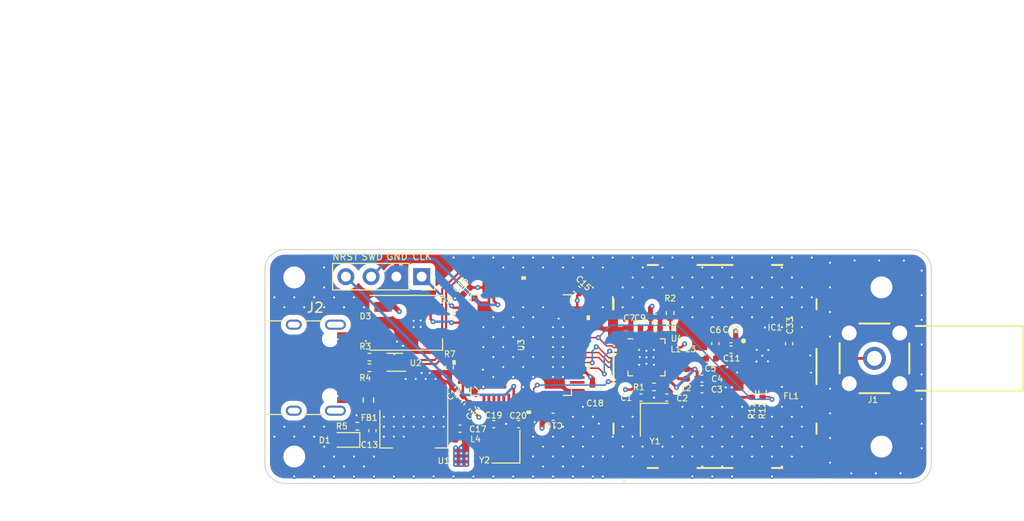
<source format=kicad_pcb>
(kicad_pcb (version 20211014) (generator pcbnew)
  (layers (0 "F.Cu" signal) (1 "In1.Cu" signal) (2 "In2.Cu" signal) (31 "B.Cu" signal) (34 "B.Paste" user) (35 "F.Paste" user) (36 "B.SilkS" user "B.Silkscreen") (37 "F.SilkS" user "F.Silkscreen") (38 "B.Mask" user) (39 "F.Mask" user) (44 "Edge.Cuts" user))
  (net 0 "")
  (net 1 "GND")
  (net 2 "+3.3V")
  (net 3 "+3V3")
  (net 4 "/NRST")
  (net 5 "VBUS")
  (net 6 "VDD_PA")
  (net 7 "Net-(C5-Pad2)")
  (net 8 "Net-(C7-Pad1)")
  (net 9 "Net-(C19-Pad1)")
  (net 10 "Net-(C20-Pad1)")
  (net 11 "Net-(C33-Pad1)")
  (net 12 "Net-(D3-Pad1)")
  (net 13 "Net-(D1-Pad2)")
  (net 15 "/LED")
  (net 18 "/SW_CLK")
  (net 19 "/SW_DIO")
  (net 20 "Net-(L1-Pad1)")
  (net 21 "Net-(L1-Pad2)")
  (net 22 "Net-(R2-Pad1)")
  (net 23 "Net-(R3-Pad2)")
  (net 24 "Net-(R4-Pad2)")
  (net 25 "Net-(R7-Pad1)")
  (net 26 "NRF24_CE")
  (net 32 "/NRF24_IRQ")
  (net 37 "/NRF24_CSN")
  (net 38 "/NRF24_SCK")
  (net 39 "/NRF24_MISO")
  (net 40 "/NRF24_MOSI")
  (net 41 "/LED_1")
  (net 42 "/LED_2")
  (net 43 "/LED_3")
  (net 44 "/LED_4")
  (net 66 "/I2C1_SCL")
  (net 67 "/I2C1_SDA")
  (net 70 "Net-(C1-Pad1)")
  (net 71 "Net-(C2-Pad1)")
  (net 72 "Net-(C5-Pad1)")
  (net 73 "Net-(IC1-Pad5)")
  (net 74 "Net-(IC1-Pad6)")
  (net 75 "/USB_D-")
  (net 76 "/USB_D+")
  (net 77 "Net-(FL1-Pad2)")
  (net 85 "/USB_C+")
  (net 86 "/USB_C-")
  (footprint "Telemetry:36103205S" (layer "F.Cu") (at 126.275 -87.05)
    (fp_text reference "U5" hide)
    (fp_text value "36103205S" hide)
  )
  (footprint "Capacitor_SMD:C_0402_1005Metric" (layer "F.Cu") (at 121.43 -83.925 180)
    (fp_text reference "C2")
    (fp_text value "22pF")
  )
  (footprint "Capacitor_SMD:C_0402_1005Metric" (layer "F.Cu") (at 112.4 -94.8 135)
    (fp_text reference "C15")
    (fp_text value "100nF")
  )
  (footprint "Crystal:Crystal_SMD_2520-4Pin_2.5x2.0mm" (layer "F.Cu") (at 120.175 -81.7 -90)
    (fp_text reference "Y1")
    (fp_text value "Crystal(16MHZ)")
  )
  (footprint "Inductor_SMD:L_0402_1005Metric" (layer "F.Cu") (at 123.8843 -87.8559)
    (fp_text reference "L3")
    (fp_text value "3.9nH")
  )
  (footprint "LED_SMD:LED_WS2812B_PLCC4_5.0x5.0mm_P3.2mm" (layer "F.Cu") (at 95.25 -91.44)
    (fp_text reference "D2")
    (fp_text value "WS2812B")
  )
  (footprint "Resistor_SMD:R_0402_1005Metric" (layer "F.Cu") (at 91.55 -86.925)
    (fp_text reference "R4")
    (fp_text value "30R")
  )
  (footprint "Capacitor_SMD:C_0402_1005Metric" (layer "F.Cu") (at 110 -82)
    (fp_text reference "C10")
    (fp_text value "100nF")
  )
  (footprint "Capacitor_SMD:C_0402_1005Metric" (layer "F.Cu") (at 106.54 -81.26 180)
    (fp_text reference "C20")
    (fp_text value "22pF")
  )
  (footprint "Capacitor_SMD:C_0402_1005Metric" (layer "F.Cu") (at 101.35 -83 -135)
    (fp_text reference "C14")
    (fp_text value "100nF")
  )
  (footprint "Resistor_SMD:R_0402_1005Metric" (layer "F.Cu") (at 120.15 -85 180)
    (fp_text reference "R1")
    (fp_text value "1M")
  )
  (footprint "Capacitor_SMD:C_0402_1005Metric" (layer "F.Cu") (at 120.2694 -91.9468)
    (fp_text reference "C9")
    (fp_text value "1nF")
  )
  (footprint "Resistor_SMD:R_0402_1005Metric" (layer "F.Cu") (at 131.0525 -84.4725 -90)
    (fp_text reference "R12")
    (fp_text value "10k")
  )
  (footprint "Capacitor_SMD:C_0402_1005Metric" (layer "F.Cu") (at 127.8771 -89.7989 180)
    (fp_text reference "C22")
    (fp_text value "220pF")
  )
  (footprint "Package_DFN_QFN:QFN-20-1EP_3.5x3.5mm_P0.5mm_EP2x2mm_ThermalVias" (layer "F.Cu") (at 119.39 -87.97)
    (fp_text reference "U4")
    (fp_text value "NRF24L01")
  )
  (footprint "Crystal:Crystal_SMD_2520-4Pin_2.5x2.0mm" (layer "F.Cu") (at 105.27 -79 90)
    (fp_text reference "Y2")
    (fp_text value "Crystal(32.756MHz)")
  )
  (footprint "Resistor_SMD:R_0603_1608Metric" (layer "F.Cu") (at 91.45 -83.675 90)
    (fp_text reference "FB1")
    (fp_text value "FerriteBead")
  )
  (footprint "Capacitor_SMD:C_0402_1005Metric" (layer "F.Cu") (at 118.83 -83.925)
    (fp_text reference "C1")
    (fp_text value "22pF")
  )
  (footprint "MountingHole:MountingHole_2.2mm_M2_DIN965_Pad_TopBottom" (layer "F.Cu") (at 84 -78)
    (fp_text reference "H2" hide)
    (fp_text value "MountingHole_Pad")
  )
  (footprint "Capacitor_SMD:C_0402_1005Metric" (layer "F.Cu") (at 124.9615 -84.7657 180)
    (fp_text reference "C3")
    (fp_text value "2.2nF")
  )
  (footprint "Capacitor_SMD:C_0402_1005Metric" (layer "F.Cu") (at 120.2694 -90.9068)
    (fp_text reference "C8")
    (fp_text value "10nF")
  )
  (footprint "Resistor_SMD:R_0402_1005Metric" (layer "F.Cu") (at 91.555 -87.993)
    (fp_text reference "R3")
    (fp_text value "30R")
  )
  (footprint "LED_SMD:LED_0603_1608Metric" (layer "F.Cu") (at 89.1 -79.675 180)
    (fp_text reference "D1")
    (fp_text value "LED")
  )
  (footprint "Inductor_SMD:L_0402_1005Metric" (layer "F.Cu") (at 100.635 -79.715)
    (fp_text reference "L4")
    (fp_text value "10uH")
  )
  (footprint "Package_TO_SOT_SMD:SOT-223-3_TabPin2" (layer "F.Cu") (at 96.012 -80.772 -90)
    (fp_text reference "U1")
    (fp_text value "LM1117-3.3")
  )
  (footprint "Telemetry:QFN50P300X300X60-17N-D" (layer "F.Cu") (at 131.0425 -88.1225)
    (fp_text reference "IC1")
    (fp_text value "RFX2401C" hide)
  )
  (footprint "Capacitor_SMD:C_0402_1005Metric" (layer "F.Cu") (at 101.325 -94.65 -135)
    (fp_text reference "C16")
    (fp_text value "100nF")
  )
  (footprint "Capacitor_SMD:C_0402_1005Metric" (layer "F.Cu") (at 126.3125 -89.3525 -90)
    (fp_text reference "C6")
    (fp_text value "1.0pF")
  )
  (footprint "Resistor_SMD:R_0402_1005Metric" (layer "F.Cu") (at 129.9725 -84.4725 90)
    (fp_text reference "R11")
    (fp_text value "10k")
  )
  (footprint "Capacitor_SMD:C_0402_1005Metric" (layer "F.Cu") (at 133.72 -89.34 90)
    (fp_text reference "C33")
    (fp_text value "0.3pF")
  )
  (footprint "Inductor_SMD:L_0402_1005Metric" (layer "F.Cu") (at 123.4295 -86.3041 90)
    (fp_text reference "L2")
    (fp_text value "2.7nH")
  )
  (footprint "Connector_USB:USB_C_Receptacle_HRO_TYPE-C-31-M-12" (layer "F.Cu") (at 85 -86.93 -90)
    (fp_text reference "J2")
    (fp_text value "USB_C_Receptacle_USB2.0")
  )
  (footprint "Capacitor_SMD:C_0402_1005Metric" (layer "F.Cu") (at 124.9615 -85.8325 180)
    (fp_text reference "C4")
    (fp_text value "4.7pF")
  )
  (footprint "Diode_SMD:D_0402_1005Metric" (layer "F.Cu") (at 91.186 -90.701 90)
    (fp_text reference "D3")
    (fp_text value "D_TVS")
  )
  (footprint "Capacitor_SMD:C_0402_1005Metric" (layer "F.Cu") (at 91.85 -80.6 -90)
    (fp_text reference "C13")
    (fp_text value "100nF")
  )
  (footprint "MountingHole:MountingHole_2.2mm_M2_DIN965_Pad_TopBottom" (layer "F.Cu") (at 143 -79)
    (fp_text reference "H4" hide)
    (fp_text value "MountingHole_Pad")
  )
  (footprint "Capacitor_SMD:C_0402_1005Metric" (layer "F.Cu") (at 127.8871 -88.7489 180)
    (fp_text reference "C11")
    (fp_text value "1uF")
  )
  (footprint "Capacitor_SMD:C_0402_1005Metric" (layer "F.Cu") (at 125.8727 -87.8645)
    (fp_text reference "C5")
    (fp_text value "1.5pF")
  )
  (footprint "Capacitor_SMD:C_0402_1005Metric" (layer "F.Cu") (at 118.2994 -90.9068 180)
    (fp_text reference "C7")
    (fp_text value "33nF")
  )
  (footprint "Capacitor_SMD:C_0402_1005Metric" (layer "F.Cu") (at 100.645 -80.8)
    (fp_text reference "C17")
    (fp_text value "100nF")
  )
  (footprint "Connector_PinSocket_2.54mm:PinSocket_1x04_P2.54mm_Vertical" (layer "F.Cu") (at 96.8 -96.075 -90)
    (fp_text reference "J3" hide)
    (fp_text value "S4B-XH-A-1")
  )
  (footprint "Resistor_SMD:R_0402_1005Metric" (layer "F.Cu") (at 121.7694 -92.4168 90)
    (fp_text reference "R2")
    (fp_text value "22k")
  )
  (footprint "MountingHole:MountingHole_2.2mm_M2_DIN965_Pad_TopBottom" (layer "F.Cu") (at 84 -96)
    (fp_text reference "H3" hide)
    (fp_text value "MountingHole_Pad")
  )
  (footprint "Telemetry:STM32L4P5RET6" (layer "F.Cu") (at 106.8 -89.2 90)
    (fp_text reference "U3")
    (fp_text value "STM32L4P5RET6" hide)
  )
  (footprint "MountingHole:MountingHole_2.2mm_M2_DIN965_Pad_TopBottom" (layer "F.Cu") (at 143 -95)
    (fp_text reference "H1" hide)
    (fp_text value "MountingHole_Pad")
  )
  (footprint "Resistor_SMD:R_0402_1005Metric" (layer "F.Cu") (at 99.6 -86.95 -90)
    (fp_text reference "R7")
    (fp_text value "100kR")
  )
  (footprint "Capacitor_SMD:C_0402_1005Metric" (layer "F.Cu") (at 100.6 -83.75 -135)
    (fp_text reference "C12")
    (fp_text value "100nF")
  )
  (footprint "Inductor_SMD:L_0402_1005Metric" (layer "F.Cu") (at 122.3373 -87.3987 -90)
    (fp_text reference "L1")
    (fp_text value "8.2nH")
  )
  (footprint "Capacitor_SMD:C_0402_1005Metric" (layer "F.Cu") (at 113.96 -84.73 -90)
    (fp_text reference "C18")
    (fp_text value "100nF")
  )
  (footprint "Resistor_SMD:R_0402_1005Metric" (layer "F.Cu") (at 90.325 -81.05)
    (fp_text reference "R5")
    (fp_text value "470")
  )
  (footprint "Package_TO_SOT_SMD:SOT-666" (layer "F.Cu") (at 94.1 -87.475 180)
    (fp_text reference "U2")
    (fp_text value "USBLC6-2SC6")
  )
  (footprint "Telemetry:73251-2200" (layer "F.Cu") (at 142.3 -87.8675 180)
    (fp_text reference "J1")
    (fp_text value "SMA Connector" hide)
  )
  (footprint "Capacitor_SMD:C_0402_1005Metric" (layer "F.Cu") (at 104.04 -81.2566)
    (fp_text reference "C19")
    (fp_text value "22pF")
  )
  (footprint "footprints:2450BP14D0100T" (layer "F.Cu") (at 134.77 -86.43 -90)
    (fp_text reference "FL1")
    (fp_text value "2450BP14D0100T" hide)
  )
  (gr_arc (start 148.01 -77.3) (mid 147.417757 -75.885179) (end 146 -75.3) (layer "Edge.Cuts") (width 0.1))
  (gr_arc (start 146 -98.8) (mid 147.420675 -98.217753) (end 148.01 -96.8) (layer "Edge.Cuts") (width 0.1))
  (gr_arc (start 83.05 -75.3) (mid 81.635786 -75.885786) (end 81.05 -77.3) (layer "Edge.Cuts") (width 0.1))
  (gr_line (start 83.05 -75.3) (end 146 -75.3) (layer "Edge.Cuts") (width 0.1))
  (gr_arc (start 81.05 -96.8) (mid 81.635786 -98.214214) (end 83.05 -98.8) (layer "Edge.Cuts") (width 0.1))
  (gr_line (start 148.01 -77.3) (end 148.01 -96.8) (layer "Edge.Cuts") (width 0.1))
  (gr_line (start 81.05 -96.8) (end 81.05 -77.3) (layer "Edge.Cuts") (width 0.1))
  (gr_line (start 146 -98.8) (end 83.05 -98.8) (layer "Edge.Cuts") (width 0.1))
  (gr_text "NRST\n" (at 89.125 -98.075) (layer "F.SilkS") (effects (font (size 0.7 0.7) (thickness 0.1))))
  (gr_text "GND" (at 94.325 -98.1) (layer "F.SilkS") (effects (font (size 0.7 0.7) (thickness 0.1))))
  (gr_text "SWD" (at 91.825 -98.075) (layer "F.SilkS") (effects (font (size 0.7 0.7) (thickness 0.1))))
  (gr_text "CLK" (at 96.85 -98.1) (layer "F.SilkS") (effects (font (size 0.7 0.7) (thickness 0.1))))
  (segment (start 132.5425 -88.8725) (end 131.7925 -88.8725) (width 0.15) (layer "F.Cu") (net 1))
  (segment (start 94.05 -88.3) (end 94.05 -87.813888) (width 0.261112) (layer "F.Cu") (net 1))
  (segment (start 100.985589 -94.310589) (end 100.560589 -94.310589) (width 0.25) (layer "F.Cu") (net 1))
  (segment (start 132.5425 -87.3725) (end 131.7925 -87.3725) (width 0.15) (layer "F.Cu") (net 1))
  (segment (start 90.761 -91.186) (end 91.186 -91.186) (width 0.261112) (layer "F.Cu") (net 1))
  (segment (start 119.39 -87.32) (end 119.39 -87.97) (width 0.2) (layer "F.Cu") (net 1))
  (segment (start 105.2516 -81.2566) (end 105.28 -81.285) (width 0.25) (layer "F.Cu") (net 1))
  (segment (start 129.5425 -88.3725) (end 130.7925 -88.3725) (width 0.15) (layer "F.Cu") (net 1))
  (segment (start 130.7925 -88.3725) (end 131.03 -88.135) (width 0.15) (layer "F.Cu") (net 1))
  (segment (start 90.25 -83.25) (end 89.82 -83.68) (width 0.261112) (layer "F.Cu") (net 1))
  (segment (start 106.035 -81.285) (end 106.06 -81.26) (width 0.25) (layer "F.Cu") (net 1))
  (segment (start 129.5425 -88.3725) (end 129.5425 -87.8725) (width 0.15) (layer "F.Cu") (net 1))
  (segment (start 111.150001 -92.450001) (end 110.56 -91.86) (width 0.28) (layer "F.Cu") (net 1))
  (segment (start 135.9 -88.1) (end 135.85 -88.15) (width 0.25) (layer "F.Cu") (net 1))
  (segment (start 117.8194 -90.0206) (end 117.8194 -90.9068) (width 0.2) (layer "F.Cu") (net 1))
  (segment (start 104.52 -81.2566) (end 105.2516 -81.2566) (width 0.25) (layer "F.Cu") (net 1))
  (segment (start 131.5925 -87.5725) (end 131.0425 -88.1225) (width 0.15) (layer "F.Cu") (net 1))
  (segment (start 119.89 -89.6575) (end 119.89 -88.97) (width 0.2) (layer "F.Cu") (net 1))
  (segment (start 118.1825 -89.6575) (end 117.8194 -90.0206) (width 0.2) (layer "F.Cu") (net 1))
  (segment (start 120.39 -88.47) (end 120.14 -88.72) (width 0.2) (layer "F.Cu") (net 1))
  (segment (start 131.7925 -87.3725) (end 131.5925 -87.5725) (width 0.15) (layer "F.Cu") (net 1))
  (segment (start 103.549999 -92.450001) (end 104 -92) (width 0.261112) (layer "F.Cu") (net 1))
  (segment (start 89.755 -90.18) (end 90.761 -91.186) (width 0.261112) (layer "F.Cu") (net 1))
  (segment (start 132.5425 -88.3725) (end 131.2925 -88.3725) (width 0.15) (layer "F.Cu") (net 1))
  (segment (start 131.2925 -87.8725) (end 131.0425 -88.1225) (width 0.15) (layer "F.Cu") (net 1))
  (segment (start 103.549999 -94.8261) (end 103.549999 -92.450001) (width 0.261112) (layer "F.Cu") (net 1))
  (segment (start 94.388888 -87.475) (end 95.025 -87.475) (width 0.261112) (layer "F.Cu") (net 1))
  (segment (start 119.39 -86.2825) (end 119.39 -87.32) (width 0.2) (layer "F.Cu") (net 1))
  (segment (start 102.169999 -85.949999) (end 102.95 -86.73) (width 0.28) (layer "F.Cu") (net 1))
  (segment (start 94.05 -87.813888) (end 94.388888 -87.475) (width 0.261112) (layer "F.Cu") (net 1))
  (segment (start 120.155 -83.925) (end 119.31 -83.925) (width 0.25) (layer "F.Cu") (net 1))
  (segment (start 131.2925 -86.6225) (end 131.7925 -86.6225) (width 0.15) (layer "F.Cu") (net 1))
  (segment (start 135.32 -86.43) (end 135.48 -86.43) (width 0.25) (layer "F.Cu") (net 1))
  (segment (start 120.155 -83.925) (end 120.95 -83.925) (width 0.25) (layer "F.Cu") (net 1))
  (segment (start 130.7925 -89.6225) (end 130.7925 -89.0475) (width 0.15) (layer "F.Cu") (net 1))
  (segment (start 130.7925 -89.0475) (end 130.4675 -88.7225) (width 0.15) (layer "F.Cu") (net 1))
  (segment (start 119.89 -88.97) (end 120.14 -88.72) (width 0.2) (layer "F.Cu") (net 1))
  (segment (start 135.48 -86.43) (end 135.9 -86.85) (width 0.25) (layer "F.Cu") (net 1))
  (segment (start 118.39 -89.6575) (end 118.1825 -89.6575) (width 0.2) (layer "F.Cu") (net 1))
  (segment (start 108.549999 -81.869999) (end 108.15 -81.47) (width 0.25) (layer "F.Cu") (net 1))
  (segment (start 135.32 -86.43) (end 134.22 -86.43) (width 0.25) (layer "F.Cu") (net 1))
  (segment (start 131.03 -88.135) (end 131.0425 -88.1225) (width 0.15) (layer "F.Cu") (net 1))
  (segment (start 112.4261 -92.450001) (end 111.150001 -92.450001) (width 0.28) (layer "F.Cu") (net 1))
  (segment (start 135.9 -86.85) (end 135.9 -88.1) (width 0.25) (layer "F.Cu") (net 1))
  (segment (start 131.2925 -88.3725) (end 131.0425 -88.1225) (width 0.15) (layer "F.Cu") (net 1))
  (segment (start 132.5425 -88.3725) (end 132.5425 -88.8725) (width 0.15) (layer "F.Cu") (net 1))
  (segment (start 131.63 -88.71) (end 131.0425 -88.1225) (width 0.15) (layer "F.Cu") (net 1))
  (segment (start 131.7925 -86.6225) (end 131.7925 -87.3725) (width 0.15) (layer "F.Cu") (net 1))
  (segment (start 121.195 -82.895) (end 120.875 -82.575) (width 0.25) (layer "F.Cu") (net 1))
  (segment (start 108.549999 -83.5739) (end 108.549999 -81.869999) (width 0.25) (layer "F.Cu") (net 1))
  (segment (start 105.28 -81.285) (end 106.035 -81.285) (width 0.25) (layer "F.Cu") (net 1))
  (segment (start 131.2925 -86.6225) (end 131.2925 -87.8725) (width 0.15) (layer "F.Cu") (net 1))
  (segment (start 100.560589 -94.310589) (end 100.15 -93.9) (width 0.25) (layer "F.Cu") (net 1))
  (segment (start 101.1739 -85.949999) (end 102.169999 -85.949999) (width 0.28) (layer "F.Cu") (net 1))
  (segment (start 111.050001 -85.949999) (end 112.4261 -85.949999) (width 0.28) (layer "F.Cu") (net 1))
  (segment (start 90.25 -83.25) (end 90.25 -82.15) (width 0.261112) (layer "F.Cu") (net 1))
  (segment (start 106.06 -79.965) (end 105.97 -79.875) (width 0.25) (layer "F.Cu") (net 1))
  (segment (start 131.7925 -88.8725) (end 131.63 -88.71) (width 0.15) (layer "F.Cu") (net 1))
  (segment (start 89.045 -90.18) (end 89.755 -90.18) (width 0.261112) (layer "F.Cu") (net 1))
  (segment (start 121.0775 -88.47) (end 120.39 -88.47) (width 0.2) (layer "F.Cu") (net 1))
  (segment (start 89.045 -83.68) (end 89.82 -83.68) (width 0.261112) (layer "F.Cu") (net 1))
  (segment (start 129.5425 -88.8725) (end 129.5425 -88.3725) (width 0.15) (layer "F.Cu") (net 1))
  (via (at 128 -94) (size 0.5) (drill 0.2) (layers "F.Cu" "B.Cu") (net 1))
  (via (at 112 -76) (size 0.5) (drill 0.2) (layers "F.Cu" "B.Cu") (net 1))
  (via (at 90.25 -82.15) (size 0.5) (drill 0.2) (layers "F.Cu" "B.Cu") (net 1))
  (via (at 134 -96) (size 0.5) (drill 0.2) (layers "F.Cu" "B.Cu") (net 1))
  (via (at 121 -97) (size 0.5) (drill 0.2) (layers "F.Cu" "B.Cu") (net 1))
  (via (at 127.5 -87) (size 0.5) (drill 0.2) (layers "F.Cu" "B.Cu") (net 1))
  (via (at 121 -95) (size 0.5) (drill 0.2) (layers "F.Cu" "B.Cu") (net 1))
  (via (at 108 -98) (size 0.5) (drill 0.2) (layers "F.Cu" "B.Cu") (net 1))
  (via (at 100 -76) (size 0.5) (drill 0.2) (layers "F.Cu" "B.Cu") (net 1))
  (via (at 126 -80) (size 0.5) (drill 0.2) (layers "F.Cu" "B.Cu") (net 1))
  (via (at 125 -83) (size 0.5) (drill 0.2) (layers "F.Cu" "B.Cu") (net 1))
  (via (at 128 -98) (size 0.5) (drill 0.2) (layers "F.Cu" "B.Cu") (net 1))
  (via (at 83 -93) (size 0.5) (drill 0.2) (layers "F.Cu" "B.Cu") (net 1))
  (via (at 147.04 -91.735) (size 0.5) (drill 0.2) (layers "F.Cu" "B.Cu") (net 1))
  (via (at 123 -83) (size 0.5) (drill 0.2) (layers "F.Cu" "B.Cu") (net 1))
  (via (at 100.15 -93.9) (size 0.5) (drill 0.2) (layers "F.Cu" "B.Cu") (net 1))
  (via (at 124 -94) (size 0.5) (drill 0.2) (layers "F.Cu" "B.Cu") (net 1))
  (via (at 106 -86) (size 0.5) (drill 0.2) (layers "F.Cu" "B.Cu") (net 1))
  (via (at 91 -93) (size 0.5) (drill 0.2) (layers "F.Cu" "B.Cu") (net 1))
  (via (at 119.39 -87.97) (size 0.5) (drill 0.2) (layers "F.Cu" "B.Cu") (net 1))
  (via (at 128.5 -86.45) (size 0.5) (drill 0.2) (layers "F.Cu" "B.Cu") (net 1))
  (via (at 119 -97) (size 0.5) (drill 0.2) (layers "F.Cu" "B.Cu") (net 1))
  (via (at 135 -81) (size 0.5) (drill 0.2) (layers "F.Cu" "B.Cu") (net 1))
  (via (at 134 -98) (size 0.5) (drill 0.2) (layers "F.Cu" "B.Cu") (net 1))
  (via (at 110 -90) (size 0.5) (drill 0.2) (layers "F.Cu" "B.Cu") (net 1))
  (via (at 136 -94) (size 0.5) (drill 0.2) (layers "F.Cu" "B.Cu") (net 1))
  (via (at 87 -95) (size 0.5) (drill 0.2) (layers "F.Cu" "B.Cu") (net 1))
  (via (at 117 -81) (size 0.5) (drill 0.2) (layers "F.Cu" "B.Cu") (net 1))
  (via (at 103 -91) (size 0.5) (drill 0.2) (layers "F.Cu" "B.Cu") (net 1))
  (via (at 133 -91) (size 0.5) (drill 0.2) (layers "F.Cu" "B.Cu") (net 1))
  (via (at 92 -76) (size 0.5) (drill 0.2) (layers "F.Cu" "B.Cu") (net 1))
  (via (at 93 -82) (size 0.5) (drill 0.2) (layers "F.Cu" "B.Cu") (net 1))
  (via (at 130.4425 -87.5475) (size 0.5) (drill 0.2) (layers "F.Cu" "B.Cu") (net 1))
  (via (at 96.7 -91.025) (size 0.5) (drill 0.2) (layers "F.Cu" "B.Cu") (net 1))
  (via (at 107 -91) (size 0.5) (drill 0.2) (layers "F.Cu" "B.Cu") (net 1))
  (via (at 91 -77) (size 0.5) (drill 0.2) (layers "F.Cu" "B.Cu") (net 1))
  (via (at 108 -86) (size 0.5) (drill 0.2) (layers "F.Cu" "B.Cu") (net 1))
  (via (at 86 -80) (size 0.5) (drill 0.2) (layers "F.Cu" "B.Cu") (net 1))
  (via (at 108 -80) (size 0.5) (drill 0.2) (layers "F.Cu" "B.Cu") (net 1))
  (via (at 95 -82) (size 0.5) (drill 0.2) (layers "F.Cu" "B.Cu") (net 1))
  (via (at 147.04 -94.21) (size 0.5) (drill 0.2) (layers "F.Cu" "B.Cu") (net 1))
  (via (at 99 -82) (size 0.5) (drill 0.2) (layers "F.Cu" "B.Cu") (net 1))
  (via (at 131.5925 -87.5725) (size 0.5) (drill 0.2) (layers "F.Cu" "B.Cu") (net 1))
  (via (at 120 -78) (size 0.5) (drill 0.2) (layers "F.Cu" "B.Cu") (net 1))
  (via (at 113 -79) (size 0.5) (drill 0.2) (layers "F.Cu" "B.Cu") (net 1))
  (via (at 124 -92) (size 0.5) (drill 0.2) (layers "F.Cu" "B.Cu") (net 1))
  (via (at 110 -91) (size 0.5) (drill 0.2) (layers "F.Cu" "B.Cu") (net 1))
  (via (at 110 -98) (size 0.5) (drill 0.2) (layers "F.Cu" "B.Cu") (net 1))
  (via (at 117 -93) (size 0.5) (drill 0.2) (layers "F.Cu" "B.Cu") (net 1))
  (via (at 147.04 -83.78) (size 0.5) (drill 0.2) (layers "F.Cu" "B.Cu") (net 1))
  (via (at 111 -79) (size 0.5) (drill 0.2) (layers "F.Cu" "B.Cu") (net 1))
  (via (at 111 -91) (size 0.5) (drill 0.2) (layers "F.Cu" "B.Cu") (net 1))
  (via (at 110 -87) (size 0.5) (drill 0.2) (layers "F.Cu" "B.Cu") (net 1))
  (via (at 137.84 -77.39) (size 0.5) (drill 0.2) (layers "F.Cu" "B.Cu") (net 1))
  (via (at 127 -79) (size 0.5) (drill 0.2) (layers "F.Cu" "B.Cu") (net 1))
  (via (at 108 -76) (size 0.5) (drill 0.2) (layers "F.Cu" "B.Cu") (net 1))
  (via (at 117 -95) (size 0.5) (drill 0.2) (layers "F.Cu" "B.Cu") (net 1))
  (via (at 110 -88) (size 0.5) (drill 0.2) (layers "F.Cu" "B.Cu") (net 1))
  (via (at 118 -94) (size 0.5) (drill 0.2) (layers "F.Cu" "B.Cu") (net 1))
  (via (at 102.95 -86.73) (size 0.5) (drill 0.2) (layers "F.Cu" "B.Cu") (net 1))
  (via (at 118.715 -87.995) (size 0.5) (drill 0.2) (layers "F.Cu" "B.Cu") (net 1))
  (via (at 106 -90) (size 0.5) (drill 0.2) (layers "F.Cu" "B.Cu") (net 1))
  (via (at 118 -80) (size 0.5) (drill 0.2) (layers "F.Cu" "B.Cu") (net 1))
  (via (at 125 -79) (size 0.5) (drill 0.2) (layers "F.Cu" "B.Cu") (net 1))
  (via (at 133 -79) (size 0.5) (drill 0.2) (layers "F.Cu" "B.Cu") (net 1))
  (via (at 113 -97) (size 0.5) (drill 0.2) (layers "F.Cu" "B.Cu") (net 1))
  (via (at 112 -78) (size 0.5) (drill 0.2) (layers "F.Cu" "B.Cu") (net 1))
  (via (at 122 -80) (size 0.5) (drill 0.2) (layers "F.Cu" "B.Cu") (net 1))
  (via (at 129 -83) (size 0.5) (drill 0.2) (layers "F.Cu" "B.Cu") (net 1))
  (via (at 134 -78) (size 0.5) (drill 0.2) (layers "F.Cu" "B.Cu") (net 1))
  (via (at 134 -82) (size 0.5) (drill 0.2) (layers "F.Cu" "B.Cu") (net 1))
  (via (at 114 -98) (size 0.5) (drill 0.2) (layers "F.Cu" "B.Cu") (net 1))
  (via (at 124 -98) (size 0.5) (drill 0.2) (layers "F.Cu" "B.Cu") (net 1))
  (via (at 120 -96) (size 0.5) (drill 0.2) (layers "F.Cu" "B.Cu") (net 1))
  (via (at 119.39 -87.32) (size 0.5) (drill 0.2) (layers "F.Cu" "B.Cu") (net 1))
  (via (at 135 -91) (size 0.5) (drill 0.2) (layers "F.Cu" "B.Cu") (net 1))
  (via (at 88 -76) (size 0.5) (drill 0.2) (layers "F.Cu" "B.Cu") (net 1))
  (via (at 98 -76) (size 0.5) (drill 0.2) (layers "F.Cu" "B.Cu") (net 1))
  (via (at 133 -85) (size 0.5) (drill 0.2) (layers "F.Cu" "B.Cu") (net 1))
  (via (at 130 -96) (size 0.5) (drill 0.2) (layers "F.Cu" "B.Cu") (net 1))
  (via (at 128 -82) (size 0.5) (drill 0.2) (layers "F.Cu" "B.Cu") (net 1))
  (via (at 94 -81) (size 0.5) (drill 0.2) (layers "F.Cu" "B.Cu") (net 1))
  (via (at 97.6 -86.4) (size 0.5) (drill 0.2) (layers "F.Cu" "B.Cu") (net 1))
  (via (at 107 -85) (size 0.5) (drill 0.2) (layers "F.Cu" "B.Cu") (net 1))
  (via (at 147.04 -78.83) (size 0.5) (drill 0.2) (layers "F.Cu" "B.Cu") (net 1))
  (via (at 104 -90) (size 0.5) (drill 0.2) (layers "F.Cu" "B.Cu") (net 1))
  (via (at 128 -96) (size 0.5) (drill 0.2) (layers "F.Cu" "B.Cu") (net 1))
  (via (at 108 -90) (size 0.5) (drill 0.2) (layers "F.Cu" "B.Cu") (net 1))
  (via (at 112 -98) (size 0.5) (drill 0.2) (layers "F.Cu" "B.Cu") (net 1))
  (via (at 88 -94) (size 0.5) (drill 0.2) (layers "F.Cu" "B.Cu") (net 1))
  (via (at 118 -96) (size 0.5) (drill 0.2) (layers "F.Cu" "B.Cu") (net 1))
  (via (at 114 -76) (size 0.5) (drill 0.2) (layers "F.Cu" "B.Cu") (net 1))
  (via (at 110 -86) (size 0.5) (drill 0.2) (layers "F.Cu" "B.Cu") (net 1))
  (via (at 137.84 -82.34) (size 0.5) (drill 0.2) (layers "F.Cu" "B.Cu") (net 1))
  (via (at 131 -95) (size 0.5) (drill 0.2) (layers "F.Cu" "B.Cu") (net 1))
  (via (at 87 -77) (size 0.5) (drill 0.2) (layers "F.Cu" "B.Cu") (net 1))
  (via (at 126 -82) (size 0.5) (drill 0.2) (layers "F.Cu" "B.Cu") (net 1))
  (via (at 87 -97) (size 0.5) (drill 0.2) (layers "F.Cu" "B.Cu") (net 1))
  (via (at 131.03 -88.135) (size 0.5) (drill 0.2) (layers "F.Cu" "B.Cu") (net 1))
  (via (at 124 -76) (size 0.5) (drill 0.2) (layers "F.Cu" "B.Cu") (net 1))
  (via (at 85 -93) (size 0.5) (drill 0.2) (layers "F.Cu" "B.Cu") (net 1))
  (via (at 96.7 -91.675) (size 0.5) (drill 0.2) (layers "F.Cu" "B.Cu") (net 1))
  (via (at 121 -79) (size 0.5) (drill 0.2) (layers "F.Cu" "B.Cu") (net 1))
  (via (at 82 -94) (size 0.5) (drill 0.2) (layers "F.Cu" "B.Cu") (net 1))
  (via (at 94 -80) (size 0.5) (drill 0.2) (layers "F.Cu" "B.Cu") (net 1))
  (via (at 132 -98) (size 0.5) (drill 0.2) (layers "F.Cu" "B.Cu") (net 1))
  (via (at 98.2 -85.8) (size 0.5) (drill 0.2) (layers "F.Cu" "B.Cu") (net 1))
  (via (at 128 -76) (size 0.5) (drill 0.2) (layers "F.Cu" "B.Cu") (net 1))
  (via (at 105 -97) (size 0.5) (drill 0.2) (layers "F.Cu" "B.Cu") (net 1))
  (via (at 94 -76) (size 0.5) (drill 0.2) (layers "F.Cu" "B.Cu") (net 1))
  (via (at 130.4675 -88.7225) (size 0.5) (drill 0.2) (layers "F.Cu" "B.Cu") (net 1))
  (via (at 87 -93) (size 0.5) (drill 0.2) (layers "F.Cu" "B.Cu") (net 1))
  (via (at 132 -78) (size 0.5) (drill 0.2) (layers "F.Cu" "B.Cu") (net 1))
  (via (at 125 -77) (size 0.5) (drill 0.2) (layers "F.Cu" "B.Cu") (net 1))
  (via (at 147.04 -86.255) (size 0.5) (drill 0.2) (layers "F.Cu" "B.Cu") (net 1))
  (via (at 147.04 -89.26) (size 0.5) (drill 0.2) (layers "F.Cu" "B.Cu") (net 1))
  (via (at 133 -93) (size 0.5) (drill 0.2) (layers "F.Cu" "B.Cu") (net 1))
  (via (at 120.09 -87.97) (size 0.5) (drill 0.2) (layers "F.Cu" "B.Cu") (net 1))
  (via (at 132 -82) (size 0.5) (drill 0.2) (layers "F.Cu" "B.Cu") (net 1))
  (via (at 140.3 -97.7) (size 0.5) (drill 0.2) (layers "F.Cu" "B.Cu") (net 1))
  (via (at 118 -98) (size 0.5) (drill 0.2) (layers "F.Cu" "B.Cu") (net 1))
  (via (at 147.04 -81.305) (size 0.5) (drill 0.2) (layers "F.Cu" "B.Cu") (net 1))
  (via (at 93 -80) (size 0.5) (drill 0.2) (layers "F.Cu" "B.Cu") (net 1))
  (via (at 122 -98) (size 0.5) (drill 0.2) (layers "F.Cu" "B.Cu") (net 1))
  (via (at 96 -91.65) (size 0.5) (drill 0.2) (layers "F.Cu" "B.Cu") (net 1))
  (via (at 84 -94) (size 0.5) (drill 0.2) (layers "F.Cu" "B.Cu") (net 1))
  (via (at 111 -89) (size 0.5) (drill 0.2) (layers "F.Cu" "B.Cu") (net 1))
  (via (at 97 -82) (size 0.5) (drill 0.2) (layers "F.Cu" "B.Cu") (net 1))
  (via (at 108 -78) (size 0.5) (drill 0.2) (layers "F.Cu" "B.Cu") (net 1))
  (via (at 115 -93) (size 0.5) (drill 0.2) (layers "F.Cu" "B.Cu") (net 1))
  (via (at 115 -97) (size 0.5) (drill 0.2) (layers "F.Cu" "B.Cu") (net 1))
  (via (at 128 -78) (size 0.5) (drill 0.2) (layers "F.Cu" "B.Cu") (net 1))
  (via (at 112 -80) (size 0.5) (drill 0.2) (layers "F.Cu" "B.Cu") (net 1))
  (via (at 119 -95) (size 0.5) (drill 0.2) (layers "F.Cu" "B.Cu") (net 1))
  (via (at 126 -78) (size 0.5) (drill 0.2) (layers "F.Cu" "B.Cu") (net 1))
  (via (at 128 -80) (size 0.5) (drill 0.2) (layers "F.Cu" "B.Cu") (net 1))
  (via (at 107 -87) (size 0.5) (drill 0.2) (layers "F.Cu" "B.Cu") (net 1))
  (via (at 135.85 -88.15) (size 0.5) (drill 0.2) (layers "F.Cu" "B.Cu") (net 1))
  (via (at 127 -97) (size 0.5) (drill 0.2) (layers "F.Cu" "B.Cu") (net 1))
  (via (at 89 -93) (size 0.5) (drill 0.2) (layers "F.Cu" "B.Cu") (net 1))
  (via (at 130 -80) (size 0.5) (drill 0.2) (layers "F.Cu" "B.Cu") (net 1))
  (via (at 123 -93) (size 0.5) (drill 0.2) (layers "F.Cu" "B.Cu") (net 1))
  (via (at 105 -87) (size 0.5) (drill 0.2) (layers "F.Cu" "B.Cu") (net 1))
  (via (at 127.35 -84.95) (size 0.5) (drill 0.2) (layers "F.Cu" "B.Cu") (net 1))
  (via (at 115 -76) (size 0.5) (drill 0.2) (layers "F.Cu" "B.Cu") (net 1))
  (via (at 83 -81) (size 0.5) (drill 0.2) (layers "F.Cu" "B.Cu") (net 1))
  (via (at 116 -98) (size 0.5) (drill 0.2) (layers "F.Cu" "B.Cu") (net 1))
  (via (at 90 -94) (size 0.5) (drill 0.2) (layers "F.Cu" "B.Cu") (net 1))
  (via (at 119.39 -88.62) (size 0.5) (drill 0.2) (layers "F.Cu" "B.Cu") (net 1))
  (via (at 124 -78) (size 0.5) (drill 0.2) (layers "F.Cu" "B.Cu") (net 1))
  (via (at 103 -89) (size 0.5) (drill 0.2) (layers "F.Cu" "B.Cu") (net 1))
  (via (at 131 -93) (size 0.5) (drill 0.2) (layers "F.Cu" "B.Cu") (net 1))
  (via (at 126 -96) (size 0.5) (drill 0.2) (layers "F.Cu" "B.Cu") (net 1))
  (via (at 131 -79) (size 0.5) (drill 0.2) (layers "F.Cu" "B.Cu") (net 1))
  (via (at 147.04 -96.685) (size 0.5) (drill 0.2) (layers "F.Cu" "B.Cu") (net 1))
  (via (at 89 -77) (size 0.5) (drill 0.2) (layers "F.Cu" "B.Cu") (net 1))
  (via (at 131 -81) (size 0.5) (drill 0.2) (layers "F.Cu" "B.Cu") (net 1))
  (via (at 85 -81) (size 0.5) (drill 0.2) (layers "F.Cu" "B.Cu") (net 1))
  (via (at 105 -89) (size 0.5) (drill 0.2) (layers "F.Cu" "B.Cu") (net 1))
  (via (at 137.84 -84.815) (size 0.5) (drill 0.2) (layers "F.Cu" "B.Cu") (net 1))
  (via (at 129 -79) (size 0.5) (drill 0.2) (layers "F.Cu" "B.Cu") (net 1))
  (via (at 131.29 -90.97) (size 0.5) (drill 0.2) (layers "F.Cu" "B.Cu") (net 1))
  (via (at 111 -88) (size 0.5) (drill 0.2) (layers "F.Cu" "B.Cu") (net 1))
  (via (at 110 -80) (size 0.5) (drill 0.2) (layers "F.Cu" "B.Cu") (net 1))
  (via (at 104 -88) (size 0.5) (drill 0.2) (layers "F.Cu" "B.Cu") (net 1))
  (via (at 111 -77) (size 0.5) (drill 0.2) (layers "F.Cu" "B.Cu") (net 1))
  (via (at 133 -81) (size 0.5) (drill 0.2) (layers "F.Cu" "B.Cu") (net 1))
  (via (at 107 -97) (size 0.5) (drill 0.2) (layers "F.Cu" "B.Cu") (net 1))
  (via (at 127 -93) (size 0.5) (drill 0.2) (layers "F.Cu" "B.Cu") (net 1))
  (via (at 111 -81) (size 0.5) (drill 0.2) (layers "F.Cu" "B.Cu") (net 1))
  (via (at 118 -78) (size 0.5) (drill 0.2) (layers "F.Cu" "B.Cu") (net 1))
  (via (at 97.2 -85.8) (size 0.5) (drill 0.2) (layers "F.Cu" "B.Cu") (net 1))
  (via (at 127 -95) (size 0.5) (drill 0.2) (layers "F.Cu" "B.Cu") (net 1))
  (via (at 123 -81) (size 0.5) (drill 0.2) (layers "F.Cu" "B.Cu") (net 1))
  (via (at 120 -98) (size 0.5) (drill 0.2) (layers "F.Cu" "B.Cu") (net 1))
  (via (at 135 -79) (size 0.5) (drill 0.2) (layers "F.Cu" "B.Cu") (net 1))
  (via (at 109 -77) (size 0.5) (drill 0.2) (layers "F.Cu" "B.Cu") (net 1))
  (via (at 110.56 -91.86) (size 0.5) (drill 0.2) (layers "F.Cu" "B.Cu") (net 1))
  (via (at 122 -96) (size 0.5) (drill 0.2) (layers "F.Cu" "B.Cu") (net 1))
  (via (at 96.2 -85.8) (size 0.5) (drill 0.2) (layers "F.Cu" "B.Cu") (net 1))
  (via (at 86 -94) (size 0.5) (drill 0.2) (layers "F.Cu" "B.Cu") (net 1))
  (via (at 135 -93) (size 0.5) (drill 0.2) (layers "F.Cu" "B.Cu") (net 1))
  (via (at 97 -81) (size 0.5) (drill 0.2) (layers "F.Cu" "B.Cu") (net 1))
  (via (at 132 -94) (size 0.5) (drill 0.2) (layers "F.Cu" "B.Cu") (net 1))
  (via (at 124 -82) (size 0.5) (drill 0.2) (layers "F.Cu" "B.Cu") (net 1))
  (via (at 110 -89) (size 0.5) (drill 0.2) (layers "F.Cu" "B.Cu") (net 1))
  (via (at 126 -98) (size 0.5) (drill 0.2) (layers "F.Cu" "B.Cu") (net 1))
  (via (at 120.155 -83.925) (size 0.5) (drill 0.2) (layers "F.Cu" "B.Cu") (net 1))
  (via (at 133 -97) (size 0.5) (drill 0.2) (layers "F.Cu" "B.Cu") (net 1))
  (via (at 129 -95) (size 0.5) (drill 0.2) (layers "F.Cu" "B.Cu") (net 1))
  (via (at 104 -76) (size 0.5) (drill 0.2) (layers "F.Cu" "B.Cu") (net 1))
  (via (at 111 -87) (size 0.5) (drill 0.2) (layers "F.Cu" "B.Cu") (net 1))
  (via (at 103 -85) (size 0.5) (drill 0.2) (layers "F.Cu" "B.Cu") (net 1))
  (via (at 109 -79) (size 0.5) (drill 0.2) (layers "F.Cu" "B.Cu") (net 1))
  (via (at 127 -81) (size 0.5) (drill 0.2) (layers "F.Cu" "B.Cu") (net 1))
  (via (at 135 -95) (size 0.5) (drill 0.2) (layers "F.Cu" "B.Cu") (net 1))
  (via (at 112 -82) (size 0.5) (drill 0.2) (layers "F.Cu" "B.Cu") (net 1))
  (via (at 124 -96) (size 0.5) (drill 0.2) (layers "F.Cu" "B.Cu") (net 1))
  (via (at 136 -98) (size 0.5) (drill 0.2) (layers "F.Cu" "B.Cu") (net 1))
  (via (at 107 -93) (size 0.5) (drill 0.2) (layers "F.Cu" "B.Cu") (net 1))
  (via (at 114 -95) (size 0.5) (drill 0.2) (layers "F.Cu" "B.Cu") (net 1))
  (via (at 94.325 -89.55) (size 0.5) (drill 0.2) (layers "F.Cu" "B.Cu") (net 1))
  (via (at 132 -80) (size 0.5) (drill 0.2) (layers "F.Cu" "B.Cu") (net 1))
  (via (at 111 -86) (size 0.5) (drill 0.2) (layers "F.Cu" "B.Cu") (net 1))
  (via (at 134 -92) (size 0.5) (drill 0.2) (layers "F.Cu" "B.Cu") (net 1))
  (via (at 123 -95) (size 0.5) (drill 0.2) (layers "F.Cu" "B.Cu") (net 1))
  (via (at 111 -97) (size 0.5) (drill 0.2) (layers "F.Cu" "B.Cu") (net 1))
  (via (at 95 -81) (size 0.5) (drill 0.2) (layers "F.Cu" "B.Cu") (net 1))
  (via (at 130 -82) (size 0.5) (drill 0.2) (layers "F.Cu" "B.Cu") (net 1))
  (via (at 107 -89) (size 0.5) (drill 0.2) (layers "F.Cu" "B.Cu") (net 1))
  (via (at 123 -79) (size 0.5) (drill 0.2) (layers "F.Cu" "B.Cu") (net 1))
  (via (at 130 -78) (size 0.5) (drill 0.2) (layers "F.Cu" "B.Cu") (net 1))
  (via (at 84 -76) (size 0.5) (drill 0.2) (layers "F.Cu" "B.Cu") (net 1))
  (via (at 135 -83) (size 0.5) (drill 0.2) (layers "F.Cu" "B.Cu") (net 1))
  (via (at 96 -91) (size 0.5) (drill 0.2) (layers "F.Cu" "B.Cu") (net 1))
  (via (at 130 -92) (size 0.5) (drill 0.2) (layers "F.Cu" "B.Cu") (net 1))
  (via (at 87 -79) (size 0.5) (drill 0.2) (layers "F.Cu" "B.Cu") (net 1))
  (via (at 133 -95) (size 0.5) (drill 0.2) (layers "F.Cu" "B.Cu") (net 1))
  (via (at 129 -93) (size 0.5) (drill 0.2) (layers "F.Cu" "B.Cu") (net 1))
  (via (at 125 -81) (size 0.5) (drill 0.2) (layers "F.Cu" "B.Cu") (net 1))
  (via (at 133 -77) (size 0.5) (drill 0.2) (layers "F.Cu" "B.Cu") (net 1))
  (via (at 134 -80) (size 0.5) (drill 0.2) (layers "F.Cu" "B.Cu") (net 1))
  (via (at 115 -78) (size 0.5) (drill 0.2) (layers "F.Cu" "B.Cu") (net 1))
  (via (at 130 -94) (size 0.5) (drill 0.2) (layers "F.Cu" "B.Cu") (net 1))
  (via (at 96 -82) (size 0.5) (drill 0.2) (layers "F.Cu" "B.Cu") (net 1))
  (via (at 95.2 -85.8) (size 0.5) (drill 0.2) (layers "F.Cu" "B.Cu") (net 1))
  (via (at 114 -78) (size 0.5) (drill 0.2) (layers "F.Cu" "B.Cu") (net 1))
  (via (at 111 -90) (size 0.5) (drill 0.2) (layers "F.Cu" "B.Cu") (net 1))
  (via (at 125 -95) (size 0.5) (drill 0.2) (layers "F.Cu" "B.Cu") (net 1))
  (via (at 127 -77) (size 0.5) (drill 0.2) (layers "F.Cu" "B.Cu") (net 1))
  (via (at 109 -93) (size 0.5) (drill 0.2) (layers "F.Cu" "B.Cu") (net 1))
  (via (at 106 -92) (size 0.5) (drill 0.2) (layers "F.Cu" "B.Cu") (net 1))
  (via (at 100 -98) (size 0.5) (drill 0.2) (layers "F.Cu" "B.Cu") (net 1))
  (via (at 90 -78) (size 0.5) (drill 0.2) (layers "F.Cu" "B.Cu") (net 1))
  (via (at 88 -78) (size 0.5) (drill 0.2) (layers "F.Cu" "B.Cu") (net 1))
  (via (at 90 -76) (size 0.5) (drill 0.2) (layers "F.Cu" "B.Cu") (net 1))
  (via (at 105.28 -81.285) (size 0.5) (drill 0.2) (layers "F.Cu" "B.Cu") (net 1))
  (via (at 137.825 -95) (size 0.5) (drill 0.2) (layers "F.Cu" "B.Cu") (net 1))
  (via (at 98 -81) (size 0.5) (drill 0.2) (layers "F.Cu" "B.Cu") (net 1))
  (via (at 145.25 -97.7) (size 0.5) (drill 0.2) (layers "F.Cu" "B.Cu") (net 1))
  (via (at 114 -82) (size 0.5) (drill 0.2) (layers "F.Cu" "B.Cu") (net 1))
  (via (at 95 -80) (size 0.5) (drill 0.2) (layers "F.Cu" "B.Cu") (net 1))
  (via (at 106 -98) (size 0.5) (drill 0.2) (layers "F.Cu" "B.Cu") (net 1))
  (via (at 98 -82) (size 0.5) (drill 0.2) (layers "F.Cu" "B.Cu") (net 1))
  (via (at 108 -88) (size 0.5) (drill 0.2) (layers "F.Cu" "B.Cu") (net 1))
  (via (at 108 -92) (size 0.5) (drill 0.2) (layers "F.Cu" "B.Cu") (net 1))
  (via (at 102 -98) (size 0.5) (drill 0.2) (layers "F.Cu" "B.Cu") (net 1))
  (via (at 133 -83) (size 0.5) (drill 0.2) (layers "F.Cu" "B.Cu") (net 1))
  (via (at 118 -82) (size 0.5) (drill 0.2) (layers "F.Cu" "B.Cu") (net 1))
  (via (at 144.915 -76.31) (size 0.5) (drill 0.2) (layers "F.Cu" "B.Cu") (net 1))
  (via (at 142.775 -97.7) (size 0.5) (drill 0.2) (layers "F.Cu" "B.Cu") (net 1))
  (via (at 132 -96) (size 0.5) (drill 0.2) (layers "F.Cu" "B.Cu") (net 1))
  (via (at 113 -83) (size 0.5) (drill 0.2) (layers "F.Cu" "B.Cu") (net 1))
  (via (at 93 -81) (size 0.5) (drill 0.2) (layers "F.Cu" "B.Cu") (net 1))
  (via (at 94.925 -89.125) (size 0.5) (drill 0.2) (layers "F.Cu" "B.Cu") (net 1))
  (via (at 114.61 -81.31) (size 0.5) (drill 0.2) (layers "F.Cu" "B.Cu") (net 1))
  (via (at 127.95 -84.95) (size 0.5) (drill 0.2) (layers "F.Cu" "B.Cu") (net 1))
  (via (at 106 -88) (size 0.5) (drill 0.2) (layers "F.Cu" "B.Cu") (net 1))
  (via (at 114 -80) (size 0.5) (drill 0.2) (layers "F.Cu" "B.Cu") (net 1))
  (via (at 94.05 -88.3) (size 0.5) (drill 0.2) (layers "F.Cu" "B.Cu") (net 1))
  (via (at 109 -97) (size 0.5) (drill 0.2) (layers "F.Cu" "B.Cu") (net 1))
  (via (at 128 -92) (size 0.5) (drill 0.2) (layers "F.Cu" "B.Cu") (net 1))
  (via (at 104 -98) (size 0.5) (drill 0.2) (layers "F.Cu" "B.Cu") (net 1))
  (via (at 113 -77) (size 0.5) (drill 0.2) (layers "F.Cu" "B.Cu") (net 1))
  (via (at 132 -76) (size 0.5) (drill 0.2) (layers "F.Cu" "B.Cu") (net 1))
  (via (at 106 -76) (size 0.5) (drill 0.2) (layers "F.Cu" "B.Cu") (net 1))
  (via (at 124 -80) (size 0.5) (drill 0.2) (layers "F.Cu" "B.Cu") (net 1))
  (via (at 94 -82) (size 0.5) (drill 0.2) (layers "F.Cu" "B.Cu") (net 1))
  (via (at 96 -76) (size 0.5) (drill 0.2) (layers "F.Cu" "B.Cu") (net 1))
  (via (at 126 -92) (size 0.5) (drill 0.2) (layers "F.Cu" "B.Cu") (net 1))
  (via (at 132 -92) (size 0.5) (drill 0.2) (layers "F.Cu" "B.Cu") (net 1))
  (via (at 82 -80) (size 0.5) (drill 0.2) (layers "F.Cu" "B.Cu") (net 1))
  (via (at 96 -81) (size 0.5) (drill 0.2) (layers "F.Cu" "B.Cu") (net 1))
  (via (at 105 -91) (size 0.5) (drill 0.2) (layers "F.Cu" "B.Cu") (net 1))
  (via (at 127 -83) (size 0.5) (drill 0.2) (layers "F.Cu" "B.Cu") (net 1))
  (via (at 117 -79) (size 0.5) (drill 0.2) (layers "F.Cu" "B.Cu") (net 1))
  (via (at 137.84 -79.865) (size 0.5) (drill 0.2) (layers "F.Cu" "B.Cu") (net 1))
  (via (at 137.825 -92.525) (size 0.5) (drill 0.2) (layers "F.Cu" "B.Cu") (net 1))
  (via (at 125 -97) (size 0.5) (drill 0.2) (layers "F.Cu" "B.Cu") (net 1))
  (via (at 96.8 -86.4) (size 0.5) (drill 0.2) (layers "F.Cu" "B.Cu") (net 1))
  (via (at 108.15 -81.47) (size 0.5) (drill 0.2) (layers "F.Cu" "B.Cu") (net 1))
  (via (at 139.965 -76.31) (size 0.5) (drill 0.2) (layers "F.Cu" "B.Cu") (net 1))
  (via (at 129 -81) (size 0.5) (drill 0.2) (layers "F.Cu" "B.Cu") (net 1))
  (via (at 116 -94) (size 0.5) (drill 0.2) (layers "F.Cu" "B.Cu") (net 1))
  (via (at 126 -94) (size 0.5) (drill 0.2) (layers "F.Cu" "B.Cu") (net 1))
  (via (at 84 -80) (size 0.5) (drill 0.2) (layers "F.Cu" "B.Cu") (net 1))
  (via (at 137.825 -90.05) (size 0.5) (drill 0.2) (layers "F.Cu" "B.Cu") (net 1))
  (via (at 87 -81) (size 0.5) (drill 0.2) (layers "F.Cu" "B.Cu") (net 1))
  (via (at 104 -92) (size 0.5) (drill 0.2) (layers "F.Cu" "B.Cu") (net 1))
  (via (at 119 -79) (size 0.5) (drill 0.2) (layers "F.Cu" "B.Cu") (net 1))
  (via (at 92 -78) (size 0.5) (drill 0.2) (layers "F.Cu" "B.Cu") (net 1))
  (via (at 86 -76) (size 0.5) (drill 0.2) (layers "F.Cu" "B.Cu") (net 1))
  (via (at 113 -81) (size 0.5) (drill 0.2) (layers "F.Cu" "B.Cu") (net 1))
  (via (at 126 -76) (size 0.5) (drill 0.2) (layers "F.Cu" "B.Cu") (net 1))
  (via (at 99 -81) (size 0.5) (drill 0.2) (layers "F.Cu" "B.Cu") (net 1))
  (via (at 110 -78) (size 0.5) (drill 0.2) (layers "F.Cu" "B.Cu") (net 1))
  (via (at 137.825 -97.475) (size 0.5) (drill 0.2) (layers "F.Cu" "B.Cu") (net 1))
  (via (at 104 -86) (size 0.5) (drill 0.2) (layers "F.Cu" "B.Cu") (net 1))
  (via (at 110 -76) (size 0.5) (drill 0.2) (layers "F.Cu" "B.Cu") (net 1))
  (via (at 142.44 -76.31) (size 0.5) (drill 0.2) (layers "F.Cu" "B.Cu") (net 1))
  (via (at 102 -76) (size 0.5) (drill 0.2) (layers "F.Cu" "B.Cu") (net 1))
  (via (at 134 -94) (size 0.5) (drill 0.2) (layers "F.Cu" "B.Cu") (net 1))
  (via (at 116 -80) (size 0.5) (drill 0.2) (layers "F.Cu" "B.Cu") (net 1))
  (via (at 131.63 -88.71) (size 0.5) (drill 0.2) (layers "F.Cu" "B.Cu") (net 1))
  (via (at 122 -78) (size 0.5) (drill 0.2) (layers "F.Cu" "B.Cu") (net 1))
  (via (at 125 -93) (size 0.5) (drill 0.2) (layers "F.Cu" "B.Cu") (net 1))
  (segment (start 100.175 -80.225) (end 100.175 -79.74) (width 0.5) (layer "F.Cu") (net 2))
  (segment (start 96.965 -79.715) (end 96.012 -78.762) (width 0.5) (layer "F.Cu") (net 2))
  (segment (start 100.175 -80.8) (end 100.175 -80.225) (width 0.5) (layer "F.Cu") (net 2))
  (segment (start 100.175 -79.74) (end 100.15 -79.715) (width 0.5) (layer "F.Cu") (net 2))
  (segment (start 100.15 -79.715) (end 96.965 -79.715) (width 0.5) (layer "F.Cu") (net 2))
  (segment (start 96.012 -78.762) (end 96.012 -77.622) (width 0.5) (layer "F.Cu") (net 2))
  (segment (start 121.0775 -88.97) (end 122.87 -88.97) (width 0.25) (layer "F.Cu") (net 3))
  (segment (start 113.3 -86.45) (end 113.75 -86) (width 0.3) (layer "F.Cu") (net 3))
  (segment (start 119.7894 -92.9394) (end 119.95 -93.1) (width 0.5) (layer "F.Cu") (net 3))
  (segment (start 101.689411 -83.339411) (end 102.815511 -83.339411) (width 0.25) (layer "F.Cu") (net 3))
  (segment (start 100.939411 -84.089411) (end 101.689411 -83.339411) (width 0.25) (layer "F.Cu") (net 3))
  (segment (start 128.35 -90.6) (end 128.35 -89.806) (width 0.5) (layer "F.Cu") (net 3))
  (segment (start 128.3571 -90.5929) (end 128.35 -90.6) (width 0.25) (layer "F.Cu") (net 3))
  (segment (start 109.52 -82) (end 108.9 -81.38) (width 0.5) (layer "F.Cu") (net 3))
  (segment (start 109.050001 -82.469999) (end 109.52 -82) (width 0.25) (layer "F.Cu") (net 3))
  (segment (start 101.12 -79.715) (end 101.12 -79.236) (width 0.5) (layer "F.Cu") (net 3))
  (segment (start 119.7894 -91.9468) (end 119.7894 -92.9394) (width 0.5) (layer "F.Cu") (net 3))
  (segment (start 112.4261 -92.95) (end 112.4261 -93.6761) (width 0.261112) (layer "F.Cu") (net 3))
  (segment (start 123.225 -89.325) (end 123.25 -89.35) (width 0.25) (layer "F.Cu") (net 3))
  (segment (start 112.4261 -86.45) (end 113.3 -86.45) (width 0.3) (layer "F.Cu") (net 3))
  (segment (start 102.815511 -83.339411) (end 103.05 -83.5739) (width 0.25) (layer "F.Cu") (net 3))
  (segment (start 92.8 -93.04) (end 94.085 -93.04) (width 0.5) (layer "F.Cu") (net 3))
  (segment (start 128.3571 -89.7989) (end 128.5335 -89.6225) (width 0.25) (layer "F.Cu") (net 3))
  (segment (start 128.3671 -88.7489) (end 128.3671 -89.7889) (width 0.25) (layer "F.Cu") (net 3))
  (segment (start 100.939411 -84.089411) (end 100.939411 -85.215511) (width 0.25) (layer "F.Cu") (net 3))
  (segment (start 102.439411 -94.989411) (end 102.886689 -94.989411) (width 0.261112) (layer "F.Cu") (net 3))
  (segment (start 128.5335 -89.6225) (end 130.2925 -89.6225) (width 0.25) (layer "F.Cu") (net 3))
  (segment (start 113.96 -85.79) (end 113.75 -86) (width 0.5) (layer "F.Cu") (net 3))
  (segment (start 100.939411 -85.215511) (end 101.1739 -85.45) (width 0.25) (layer "F.Cu") (net 3))
  (segment (start 128.35 -89.806) (end 128.3571 -89.7989) (width 0.5) (layer "F.Cu") (net 3))
  (segment (start 108.9 -81.38) (end 108.9 -80.85) (width 0.5) (layer "F.Cu") (net 3))
  (segment (start 119.7894 -90.9068) (end 119.7894 -91.9468) (width 0.25) (layer "F.Cu") (net 3))
  (segment (start 118.89 -85.74) (end 118.89 -86.2825) (width 0.25) (layer "F.Cu") (net 3))
  (segment (start 119.39 -90.5074) (end 119.7894 -90.9068) (width 0.25) (layer "F.Cu") (net 3))
  (segment (start 102.886689 -94.989411) (end 103.05 -94.8261) (width 0.261112) (layer "F.Cu") (net 3))
  (segment (start 101.689411 -83.339411) (end 101.689411 -82.810589) (width 0.25) (layer "F.Cu") (net 3))
  (segment (start 112.4261 -93.6761) (end 112.4261 -94.147278) (width 0.261112) (layer "F.Cu") (net 3))
  (segment (start 109.050001 -83.5739) (end 109.050001 -82.469999) (width 0.25) (layer "F.Cu") (net 3))
  (segment (start 117.275 -84.725) (end 117.875 -84.725) (width 0.25) (layer "F.Cu") (net 3))
  (segment (start 101.664411 -94.989411) (end 102.439411 -94.989411) (width 0.261112) (layer "F.Cu") (net 3))
  (segment (start 101.12 -79.236) (end 100.751 -78.867) (width 0.5) (layer "F.Cu") (net 3))
  (segment (start 119.39 -89.6575) (end 119.39 -90.5074) (width 0.25) (layer "F.Cu") (net 3))
  (segment (start 122.87 -88.97) (end 123.225 -89.325) (width 0.25) (layer "F.Cu") (net 3))
  (segment (start 117.875 -84.725) (end 118.89 -85.74) (width 0.25) (layer "F.Cu") (net 3))
  (segment (start 113.96 -85.21) (end 113.96 -85.79) (width 0.5) (layer "F.Cu") (net 3))
  (segment (start 112.4261 -94.147278) (end 112.739411 -94.460589) (width 0.261112) (layer "F.Cu") (net 3))
  (segment (start 101.689411 -82.810589) (end 102.55 -81.95) (width 0.25) (layer "F.Cu") (net 3))
  (segment (start 94.085 -93.04) (end 94.55 -92.575) (width 0.5) (layer "F.Cu") (net 3))
  (via (at 100.751 -78.867) (size 0.5) (drill 0.2) (layers "F.Cu" "B.Cu") (net 3))
  (via (at 100.22 -77.775) (size 0.5) (drill 0.2) (layers "F.Cu" "B.Cu") (net 3))
  (via (at 100.22 -77.225) (size 0.5) (drill 0.2) (layers "F.Cu" "B.Cu") (net 3))
  (via (at 100.22 -78.325) (size 0.5) (drill 0.2) (layers "F.Cu" "B.Cu") (net 3))
  (via (at 94.55 -92.575) (size 0.5) (drill 0.2) (layers "F.Cu" "B.Cu") (net 3))
  (via (at 113.75 -86) (size 0.5) (drill 0.2) (layers "F.Cu" "B.Cu") (net 3))
  (via (at 100.77 -77.225) (size 0.5) (drill 0.2) (layers "F.Cu" "B.Cu") (net 3))
  (via (at 119.95 -93.1) (size 0.5) (drill 0.2) (layers "F.Cu" "B.Cu") (net 3))
  (via (at 117.275 -84.725) (size 0.5) (drill 0.2) (layers "F.Cu" "B.Cu") (net 3))
  (via (at 102.439411 -94.989411) (size 0.5) (drill 0.2) (layers "F.Cu" "B.Cu") (net 3))
  (via (at 100.77 -77.775) (size 0.5) (drill 0.2) (layers "F.Cu" "B.Cu") (net 3))
  (via (at 112.4261 -93.6761) (size 0.5) (drill 0.2) (layers "F.Cu" "B.Cu") (net 3))
  (via (at 108.9 -80.85) (size 0.5) (drill 0.2) (layers "F.Cu" "B.Cu") (net 3))
  (via (at 101.32 -77.775) (size 0.5) (drill 0.2) (layers "F.Cu" "B.Cu") (net 3))
  (via (at 123.225 -89.325) (size 0.5) (drill 0.2) (layers "F.Cu" "B.Cu") (net 3))
  (via (at 100.22 -78.875) (size 0.5) (drill 0.2) (layers "F.Cu" "B.Cu") (net 3))
  (via (at 101.32 -77.225) (size 0.5) (drill 0.2) (layers "F.Cu" "B.Cu") (net 3))
  (via (at 100.77 -78.325) (size 0.5) (drill 0.2) (layers "F.Cu" "B.Cu") (net 3))
  (via (at 102.55 -81.95) (size 0.5) (drill 0.2) (layers "F.Cu" "B.Cu") (net 3))
  (via (at 128.35 -90.6) (size 0.5) (drill 0.2) (layers "F.Cu" "B.Cu") (net 3))
  (via (at 101.32 -78.325) (size 0.5) (drill 0.2) (layers "F.Cu" "B.Cu") (net 3))
  (segment (start 106.049999 -83.5739) (end 106.05 -85.05) (width 0.261112) (layer "F.Cu") (net 4))
  (via (at 106.05 -85.05) (size 0.5) (drill 0.2) (layers "F.Cu" "B.Cu") (net 4))
  (segment (start 105.2 -84.2) (end 106.05 -85.05) (width 0.261112) (layer "B.Cu") (net 4))
  (segment (start 101.055 -84.2) (end 105.2 -84.2) (width 0.261112) (layer "B.Cu") (net 4))
  (segment (start 89.18 -96.075) (end 101.055 -84.2) (width 0.261112) (layer "B.Cu") (net 4))
  (segment (start 93.175 -87.475) (end 93.725 -87.475) (width 0.261112) (layer "F.Cu") (net 5))
  (segment (start 92.64 -82.85) (end 93.712 -83.922) (width 0.8) (layer "F.Cu") (net 5))
  (segment (start 93.725 -87.475) (end 94.075 -87.125) (width 0.261112) (layer "F.Cu") (net 5))
  (segment (start 94.075 -87.125) (end 94.075 -84.285) (width 0.261112) (layer "F.Cu") (net 5))
  (segment (start 94.075 -84.285) (end 93.712 -83.922) (width 0.261112) (layer "F.Cu") (net 5))
  (segment (start 91.45 -82.85) (end 92.64 -82.85) (width 0.8) (layer "F.Cu") (net 5))
  (segment (start 93.95 -84.16) (end 93.712 -83.922) (width 0.25) (layer "F.Cu") (net 5))
  (segment (start 123.5267 -86.7891) (end 124.25 -86.7891) (width 0.29337) (layer "F.Cu") (net 6))
  (segment (start 124.25 -86.7891) (end 124.25 -86.745) (width 0.15) (layer "F.Cu") (net 6))
  (segment (start 125.1625 -83.9525) (end 129.9625 -83.9525) (width 0.29337) (layer "F.Cu") (net 6))
  (segment (start 122.4 -84.95) (end 121.0775 -86.2725) (width 0.29337) (layer "F.Cu") (net 6))
  (segment (start 124.25 -86.745) (end 124.4815 -86.5135) (width 0.29337) (layer "F.Cu") (net 6))
  (segment (start 129.9625 -83.9525) (end 129.9725 -83.9625) (width 0.15) (layer "F.Cu") (net 6))
  (segment (start 124.4815 -84.6335) (end 125.1625 -83.9525) (width 0.29337) (layer "F.Cu") (net 6))
  (segment (start 124.4815 -86.5135) (end 124.4815 -85.8325) (width 0.29337) (layer "F.Cu") (net 6))
  (segment (start 124.4815 -84.7657) (end 124.4815 -84.6335) (width 0.15) (layer "F.Cu") (net 6))
  (segment (start 123.4781 -86.8377) (end 123.5267 -86.7891) (width 0.15) (layer "F.Cu") (net 6))
  (segment (start 121.0775 -86.2725) (end 121.0775 -86.97) (width 0.29337) (layer "F.Cu") (net 6))
  (segment (start 124.4815 -84.7657) (end 124.4815 -85.8325) (width 0.29337) (layer "F.Cu") (net 6))
  (via (at 124.25 -86.7891) (size 0.5) (drill 0.2) (layers "F.Cu" "B.Cu") (net 6))
  (via (at 122.4 -84.95) (size 0.5) (drill 0.2) (layers "F.Cu" "B.Cu") (net 6))
  (segment (start 122.4 -84.95) (end 124.2391 -86.7891) (width 0.29337) (layer "B.Cu") (net 6))
  (segment (start 124.2391 -86.7891) (end 124.25 -86.7891) (width 0.29337) (layer "B.Cu") (net 6))
  (segment (start 126.3527 -87.8645) (end 126.3527 -88.8323) (width 0.15) (layer "F.Cu") (net 7))
  (segment (start 127.8105 -87.8645) (end 128.3025 -87.3725) (width 0.29337) (layer "F.Cu") (net 7))
  (segment (start 126.3527 -87.8645) (end 127.8105 -87.8645) (width 0.29337) (layer "F.Cu") (net 7))
  (segment (start 126.3527 -88.8323) (end 126.3125 -88.8725) (width 0.15) (layer "F.Cu") (net 7))
  (segment (start 128.3025 -87.3725) (end 129.5425 -87.3725) (width 0.29337) (layer "F.Cu") (net 7))
  (segment (start 118.89 -90.7962) (end 118.7794 -90.9068) (width 0.2) (layer "F.Cu") (net 8))
  (segment (start 118.89 -89.6575) (end 118.89 -90.7962) (width 0.2) (layer "F.Cu") (net 8))
  (segment (start 105.050001 -82.480001) (end 105.050001 -83.5739) (width 0.25) (layer "F.Cu") (net 9))
  (segment (start 103.56 -81.2566) (end 103.56 -81.5) (width 0.25) (layer "F.Cu") (net 9))
  (segment (start 104.18 -82.12) (end 104.69 -82.12) (width 0.25) (layer "F.Cu") (net 9))
  (segment (start 104.69 -82.12) (end 105.050001 -82.480001) (width 0.25) (layer "F.Cu") (net 9))
  (segment (start 103.56 -81.5) (end 104.18 -82.12) (width 0.25) (layer "F.Cu") (net 9))
  (segment (start 103.56 -81.2566) (end 103.56 -80.885) (width 0.25) (layer "F.Cu") (net 9))
  (segment (start 103.56 -80.885) (end 104.57 -79.875) (width 0.25) (layer "F.Cu") (net 9))
  (segment (start 105.97 -78.125) (end 107.02 -79.175) (width 0.25) (layer "F.Cu") (net 10))
  (segment (start 105.55 -83.5739) (end 105.55 -82.55) (width 0.25) (layer "F.Cu") (net 10))
  (segment (start 106.33 -82.14) (end 107.02 -81.45) (width 0.25) (layer "F.Cu") (net 10))
  (segment (start 105.96 -82.14) (end 106.33 -82.14) (width 0.25) (layer "F.Cu") (net 10))
  (segment (start 105.55 -82.55) (end 105.96 -82.14) (width 0.25) (layer "F.Cu") (net 10))
  (segment (start 107.02 -81.45) (end 107.02 -81.26) (width 0.25) (layer "F.Cu") (net 10))
  (segment (start 107.02 -79.175) (end 107.02 -81.26) (width 0.25) (layer "F.Cu") (net 10))
  (segment (start 132.5425 -87.8725) (end 133.7225 -87.8725) (width 0.29337) (layer "F.Cu") (net 11))
  (segment (start 133.72 -88.86) (end 133.72 -87.875) (width 0.25) (layer "F.Cu") (net 11))
  (segment (start 133.7225 -87.8725) (end 134.2775 -87.8725) (width 0.29337) (layer "F.Cu") (net 11))
  (segment (start 133.72 -87.875) (end 133.7225 -87.8725) (width 0.25) (layer "F.Cu") (net 11))
  (segment (start 134.2775 -87.8725) (end 134.77 -87.38) (width 0.29337) (layer "F.Cu") (net 11))
  (segment (start 89.065 -84.5) (end 89.045 -84.48) (width 0.5) (layer "F.Cu") (net 12))
  (segment (start 89.045 -89.38) (end 90.35 -89.38) (width 0.261112) (layer "F.Cu") (net 12))
  (segment (start 91.45 -84.5) (end 89.065 -84.5) (width 0.5) (layer "F.Cu") (net 12))
  (segment (start 90.35 -89.38) (end 91.186 -90.216) (width 0.261112) (layer "F.Cu") (net 12))
  (segment (start 88.3125 -80.2875) (end 89.075 -81.05) (width 0.5) (layer "F.Cu") (net 13))
  (segment (start 88.3125 -79.675) (end 88.3125 -80.2875) (width 0.5) (layer "F.Cu") (net 13))
  (segment (start 89.075 -81.05) (end 89.815 -81.05) (width 0.5) (layer "F.Cu") (net 13))
  (segment (start 97.7 -93.04) (end 97.7 -91.8) (width 0.25) (layer "F.Cu") (net 15))
  (segment (start 97.7 -91.8) (end 97.95 -91.55) (width 0.25) (layer "F.Cu") (net 15))
  (segment (start 101.1739 -91.450001) (end 99.7995 -91.45) (width 0.25) (layer "F.Cu") (net 15))
  (via (at 97.95 -91.55) (size 0.5) (drill 0.2) (layers "F.Cu" "B.Cu") (net 15))
  (via (at 99.7995 -91.45) (size 0.5) (drill 0.2) (layers "F.Cu" "B.Cu") (net 15))
  (segment (start 99.6995 -91.55) (end 97.95 -91.55) (width 0.25) (layer "B.Cu") (net 15))
  (segment (start 99.7995 -91.45) (end 99.6995 -91.55) (width 0.25) (layer "B.Cu") (net 15))
  (segment (start 100 -92.95) (end 99.8 -93.15) (width 0.261112) (layer "F.Cu") (net 18))
  (segment (start 101.1739 -92.95) (end 100 -92.95) (width 0.261112) (layer "F.Cu") (net 18))
  (via (at 99.8 -93.15) (size 0.5) (drill 0.2) (layers "F.Cu" "B.Cu") (net 18))
  (segment (start 96.875 -96.075) (end 99.8 -93.15) (width 0.261112) (layer "B.Cu") (net 18))
  (segment (start 96.8 -96.075) (end 96.875 -96.075) (width 0.261112) (layer "B.Cu") (net 18))
  (segment (start 104.45 -93.25) (end 104.05 -93.65) (width 0.261112) (layer "F.Cu") (net 19))
  (segment (start 104.05 -93.65) (end 104.05 -94.8261) (width 0.261112) (layer "F.Cu") (net 19))
  (via (at 104.45 -93.25) (size 0.5) (drill 0.2) (layers "F.Cu" "B.Cu") (net 19))
  (segment (start 93.495 -97.85) (end 91.72 -96.075) (width 0.261112) (layer "B.Cu") (net 19))
  (segment (start 102.7 -93.25) (end 98.1 -97.85) (width 0.261112) (layer "B.Cu") (net 19))
  (segment (start 98.1 -97.85) (end 93.495 -97.85) (width 0.261112) (layer "B.Cu") (net 19))
  (segment (start 104.45 -93.25) (end 102.7 -93.25) (width 0.261112) (layer "B.Cu") (net 19))
  (segment (start 121.0775 -87.97) (end 122.251 -87.97) (width 0.29337) (layer "F.Cu") (net 20))
  (segment (start 123.3715 -87.8837) (end 123.3993 -87.8559) (width 0.15) (layer "F.Cu") (net 20))
  (segment (start 122.251 -87.97) (end 122.3373 -87.8837) (width 0.15) (layer "F.Cu") (net 20))
  (segment (start 122.3373 -87.8837) (end 123.3715 -87.8837) (width 0.29337) (layer "F.Cu") (net 20))
  (segment (start 122.3373 -86.9137) (end 122.1863 -86.9137) (width 0.29337) (layer "F.Cu") (net 21))
  (segment (start 122.1863 -86.9137) (end 121.63 -87.47) (width 0.29337) (layer "F.Cu") (net 21))
  (segment (start 121.63 -87.47) (end 121.0775 -87.47) (width 0.29337) (layer "F.Cu") (net 21))
  (segment (start 122.3373 -86.0927) (end 122.3373 -86.9137) (width 0.29337) (layer "F.Cu") (net 21))
  (segment (start 122.6109 -85.8191) (end 122.3373 -86.0927) (width 0.29337) (layer "F.Cu") (net 21))
  (segment (start 123.4295 -85.8191) (end 122.6109 -85.8191) (width 0.29337) (layer "F.Cu") (net 21))
  (segment (start 120.39 -89.6575) (end 120.9775 -89.6575) (width 0.2) (layer "F.Cu") (net 22))
  (segment (start 120.9775 -89.6575) (end 121.7694 -90.4494) (width 0.2) (layer "F.Cu") (net 22))
  (segment (start 121.7694 -90.4494) (end 121.7694 -91.9068) (width 0.2) (layer "F.Cu") (net 22))
  (segment (start 92.1475 -88.0125) (end 92.128 -87.993) (width 0.25) (layer "F.Cu") (net 23))
  (segment (start 92.128 -87.993) (end 92.065 -87.993) (width 0.25) (layer "F.Cu") (net 23))
  (segment (start 93.25 -88.0125) (end 92.1475 -88.0125) (width 0.2613) (layer "F.Cu") (net 23))
  (segment (start 93.25 -86.9375) (end 92.0725 -86.9375) (width 0.2613) (layer "F.Cu") (net 24))
  (segment (start 92.0725 -86.9375) (end 92.06 -86.925) (width 0.25) (layer "F.Cu") (net 24))
  (segment (start 99.6 -87.49) (end 99.64 -87.45) (width 0.2) (layer "F.Cu") (net 25))
  (segment (start 99.64 -87.45) (end 101.1739 -87.450001) (width 0.2) (layer "F.Cu") (net 25))
  (segment (start 116.07 -88.96) (end 115.9095 -89.1205) (width 0.15) (layer "F.Cu") (net 26))
  (segment (start 112.4261 -89.950001) (end 114.549999 -89.950001) (width 0.15) (layer "F.Cu") (net 26))
  (segment (start 115.3795 -89.1205) (end 114.549999 -89.950001) (width 0.15) (layer "F.Cu") (net 26))
  (segment (start 115.9095 -89.1205) (end 115.3795 -89.1205) (width 0.15) (layer "F.Cu") (net 26))
  (segment (start 117.7025 -88.97) (end 117.6925 -88.96) (width 0.15) (layer "F.Cu") (net 26))
  (segment (start 131.09 -84) (end 131.0525 -83.9625) (width 0.15) (layer "F.Cu") (net 26))
  (segment (start 117.6925 -88.96) (end 116.07 -88.96) (width 0.15) (layer "F.Cu") (net 26))
  (segment (start 132 -83.75) (end 131.75 -84) (width 0.15) (layer "F.Cu") (net 26))
  (segment (start 131.75 -84) (end 131.09 -84) (width 0.15) (layer "F.Cu") (net 26))
  (via (at 114.549999 -89.950001) (size 0.5) (drill 0.2) (layers "F.Cu" "B.Cu") (net 26))
  (via (at 132 -83.75) (size 0.5) (drill 0.2) (layers "F.Cu" "B.Cu") (net 26))
  (segment (start 115.799998 -91.2) (end 114.549999 -89.950001) (width 0.15) (layer "B.Cu") (net 26))
  (segment (start 122.5 -91.2) (end 115.799998 -91.2) (width 0.15) (layer "B.Cu") (net 26))
  (segment (start 129.95 -83.75) (end 122.5 -91.2) (width 0.15) (layer "B.Cu") (net 26))
  (segment (start 132 -83.75) (end 129.95 -83.75) (width 0.15) (layer "B.Cu") (net 26))
  (segment (start 116.725 -85.525) (end 117.4825 -86.2825) (width 0.15) (layer "F.Cu") (net 32))
  (segment (start 108.05 -84.82) (end 108.05 -83.5739) (width 0.15) (layer "F.Cu") (net 32))
  (segment (start 108.41 -85.18) (end 108.05 -84.82) (width 0.15) (layer "F.Cu") (net 32))
  (segment (start 117.4825 -86.2825) (end 118.39 -86.2825) (width 0.15) (layer "F.Cu") (net 32))
  (segment (start 115.55 -85.525) (end 116.725 -85.525) (width 0.15) (layer "F.Cu") (net 32))
  (via (at 108.41 -85.18) (size 0.5) (drill 0.2) (layers "F.Cu" "B.Cu") (net 32))
  (via (at 115.55 -85.525) (size 0.5) (drill 0.2) (layers "F.Cu" "B.Cu") (net 32))
  (segment (start 115.55 -85.525) (end 115.205 -85.18) (width 0.15) (layer "B.Cu") (net 32))
  (segment (start 115.205 -85.18) (end 108.41 -85.18) (width 0.15) (layer "B.Cu") (net 32))
  (segment (start 114.57 -86.88) (end 112.496099 -86.88) (width 0.15) (layer "F.Cu") (net 37))
  (segment (start 115.69 -88.5955) (end 115.8155 -88.47) (width 0.15) (layer "F.Cu") (net 37))
  (segment (start 115.15 -86.3) (end 114.57 -86.88) (width 0.15) (layer "F.Cu") (net 37))
  (segment (start 115.8155 -88.47) (end 117.7025 -88.47) (width 0.15) (layer "F.Cu") (net 37))
  (segment (start 112.496099 -86.88) (end 112.4261 -86.949999) (width 0.15) (layer "F.Cu") (net 37))
  (via (at 115.69 -88.5955) (size 0.5) (drill 0.2) (layers "F.Cu" "B.Cu") (net 37))
  (via (at 115.15 -86.3) (size 0.5) (drill 0.2) (layers "F.Cu" "B.Cu") (net 37))
  (segment (start 115.15 -86.3) (end 115.15 -88.0555) (width 0.15) (layer "B.Cu") (net 37))
  (segment (start 115.15 -88.0555) (end 115.69 -88.5955) (width 0.15) (layer "B.Cu") (net 37))
  (segment (start 117.7025 -87.97) (end 117.006963 -87.97) (width 0.15) (layer "F.Cu") (net 38))
  (segment (start 114.499948 -89.03) (end 114.35 -89.03) (width 0.15) (layer "F.Cu") (net 38))
  (segment (start 113.94 -87.4255) (end 113.915499 -87.450001) (width 0.15) (layer "F.Cu") (net 38))
  (segment (start 117.006963 -87.97) (end 116.947463 -87.9105) (width 0.15) (layer "F.Cu") (net 38))
  (segment (start 115.619448 -87.9105) (end 114.499948 -89.03) (width 0.15) (layer "F.Cu") (net 38))
  (segment (start 113.915499 -87.450001) (end 112.4261 -87.450001) (width 0.15) (layer "F.Cu") (net 38))
  (segment (start 116.947463 -87.9105) (end 115.619448 -87.9105) (width 0.15) (layer "F.Cu") (net 38))
  (via (at 114.35 -89.03) (size 0.5) (drill 0.2) (layers "F.Cu" "B.Cu") (net 38))
  (via (at 113.94 -87.4255) (size 0.5) (drill 0.2) (layers "F.Cu" "B.Cu") (net 38))
  (segment (start 114.35 -89) (end 114.35 -89.03) (width 0.15) (layer "B.Cu") (net 38))
  (segment (start 113.94 -87.4255) (end 113.94 -88.59) (width 0.15) (layer "B.Cu") (net 38))
  (segment (start 113.94 -88.59) (end 114.35 -89) (width 0.15) (layer "B.Cu") (net 38))
  (segment (start 115.57 -86.97) (end 117.7025 -86.97) (width 0.15) (layer "F.Cu") (net 39))
  (segment (start 112.4261 -87.95) (end 114.59 -87.95) (width 0.15) (layer "F.Cu") (net 39))
  (segment (start 114.59 -87.95) (end 115.57 -86.97) (width 0.15) (layer "F.Cu") (net 39))
  (segment (start 115.564974 -87.47) (end 114.584975 -88.449999) (width 0.15) (layer "F.Cu") (net 40))
  (segment (start 114.584975 -88.449999) (end 112.4261 -88.449999) (width 0.15) (layer "F.Cu") (net 40))
  (segment (start 117.7025 -87.47) (end 115.564974 -87.47) (width 0.15) (layer "F.Cu") (net 40))
  (segment (start 119.89 -85.25) (end 119.64 -85) (width 0.25) (layer "F.Cu") (net 70))
  (segment (start 118.35 -84.475) (end 118.35 -83.925) (width 0.25) (layer "F.Cu") (net 70))
  (segment (start 118.35 -83.925) (end 118.35 -83) (width 0.25) (layer "F.Cu") (net 70))
  (segment (start 118.875 -85) (end 118.35 -84.475) (width 0.25) (layer "F.Cu") (net 70))
  (segment (start 118.775 -82.575) (end 119.475 -82.575) (width 0.25) (layer "F.Cu") (net 70))
  (segment (start 118.35 -83) (end 118.775 -82.575) (width 0.25) (layer "F.Cu") (net 70))
  (segment (start 119.64 -85) (end 118.875 -85) (width 0.25) (layer "F.Cu") (net 70))
  (segment (start 119.89 -86.2825) (end 119.89 -85.25) (width 0.25) (layer "F.Cu") (net 70))
  (segment (start 120.39 -85.27) (end 120.66 -85) (width 0.25) (layer "F.Cu") (net 71))
  (segment (start 121.91 -81.385) (end 121.35 -80.825) (width 0.25) (layer "F.Cu") (net 71))
  (segment (start 121.45 -85) (end 121.91 -84.54) (width 0.25) (layer "F.Cu") (net 71))
  (segment (start 120.39 -86.2825) (end 120.39 -85.27) (width 0.25) (layer "F.Cu") (net 71))
  (segment (start 121.91 -83.925) (end 121.91 -81.385) (width 0.25) (layer "F.Cu") (net 71))
  (segment (start 121.35 -80.825) (end 120.875 -80.825) (width 0.25) (layer "F.Cu") (net 71))
  (segment (start 121.91 -84.54) (end 121.91 -83.925) (width 0.25) (layer "F.Cu") (net 71))
  (segment (start 120.66 -85) (end 121.45 -85) (width 0.25) (layer "F.Cu") (net 71))
  (segment (start 124.3693 -87.8559) (end 125.3841 -87.8559) (width 0.29337) (layer "F.Cu") (net 72))
  (segment (start 125.3841 -87.8559) (end 125.3927 -87.8645) (width 0.15) (layer "F.Cu") (net 72))
  (segment (start 130.2925 -85.3025) (end 129.9725 -84.9825) (width 0.29337) (layer "F.Cu") (net 73))
  (segment (start 130.2925 -86.6225) (end 130.2925 -85.3025) (width 0.29337) (layer "F.Cu") (net 73))
  (segment (start 130.7925 -86.6225) (end 130.7625 -86.5925) (width 0.15) (layer "F.Cu") (net 74))
  (segment (start 130.7625 -86.5925) (end 130.7625 -85.2725) (width 0.15) (layer "F.Cu") (net 74))
  (segment (start 130.7625 -85.2725) (end 131.0525 -84.9825) (width 0.15) (layer "F.Cu") (net 74))
  (segment (start 98.1 -87.7) (end 95.825 -87.7) (width 0.2) (layer "F.Cu") (net 75))
  (segment (start 104.3 -96.75) (end 100.8 -96.75) (width 0.2) (layer "F.Cu") (net 75))
  (segment (start 95.5125 -88.0125) (end 94.95 -88.0125) (width 0.2) (layer "F.Cu") (net 75))
  (segment (start 98.85 -88.45) (end 98.1 -87.7) (width 0.2) (layer "F.Cu") (net 75))
  (segment (start 95.825 -87.7) (end 95.5125 -88.0125) (width 0.2) (layer "F.Cu") (net 75))
  (segment (start 100.8 -96.75) (end 98.85 -94.8) (width 0.2) (layer "F.Cu") (net 75))
  (segment (start 105.050001 -94.8261) (end 105.050001 -95.999999) (width 0.2) (layer "F.Cu") (net 75))
  (segment (start 98.85 -94.8) (end 98.85 -88.45) (width 0.2) (layer "F.Cu") (net 75))
  (segment (start 105.050001 -95.999999) (end 104.3 -96.75) (width 0.2) (layer "F.Cu") (net 75))
  (segment (start 104.549999 -94.8261) (end 104.549999 -95.802401) (width 0.2) (layer "F.Cu") (net 76))
  (segment (start 104.0024 -96.35) (end 100.965686 -96.35) (width 0.2) (layer "F.Cu") (net 76))
  (segment (start 99.25 -94.634314) (end 99.25 -88.284314) (width 0.2) (layer "F.Cu") (net 76))
  (segment (start 95.8375 -87.3) (end 95.475 -86.9375) (width 0.2) (layer "F.Cu") (net 76))
  (segment (start 104.549999 -95.802401) (end 104.0024 -96.35) (width 0.2) (layer "F.Cu") (net 76))
  (segment (start 100.965686 -96.35) (end 99.25 -94.634314) (width 0.2) (layer "F.Cu") (net 76))
  (segment (start 95.475 -86.9375) (end 94.95 -86.9375) (width 0.2) (layer "F.Cu") (net 76))
  (segment (start 99.25 -88.284314) (end 98.265685 -87.3) (width 0.2) (layer "F.Cu") (net 76))
  (segment (start 98.265685 -87.3) (end 95.8375 -87.3) (width 0.2) (layer "F.Cu") (net 76))
  (segment (start 134.77 -85.48) (end 135.81 -85.48) (width 0.29337) (layer "F.Cu") (net 77))
  (segment (start 135.81 -85.48) (end 138.1975 -87.8675) (width 0.29337) (layer "F.Cu") (net 77))
  (segment (start 138.1975 -87.8675) (end 142.3 -87.8675) (width 0.29337) (layer "F.Cu") (net 77))
  (segment (start 90.785 -87.18) (end 91.04 -86.925) (width 0.261112) (layer "F.Cu") (net 85))
  (segment (start 89.045 -87.18) (end 90.785 -87.18) (width 0.261112) (layer "F.Cu") (net 85))
  (segment (start 90.732 -87.68) (end 91.045 -87.993) (width 0.261112) (layer "F.Cu") (net 86))
  (segment (start 89.045 -87.68) (end 90.732 -87.68) (width 0.261112) (layer "F.Cu") (net 86))
  (zone (net 1) (net_name "GND") (layer "F.Cu") (priority 1) (connect_pads yes (clearance 0.508)) (min_thickness 0.254) (fill yes (thermal_gap 0.508) (thermal_bridge_width 0.508))
    (polygon (pts (xy 99.3 -82.3) (xy 97.3 -82.3) (xy 97.3 -85.5) (xy 99.3 -85.5)))
  )
  (zone (net 3) (net_name "+3V3") (layer "F.Cu") (priority 1) (connect_pads yes (clearance 0.508)) (min_thickness 0.254) (fill yes (thermal_gap 0.508) (thermal_bridge_width 0.508))
    (polygon (pts (xy 99.97 -76.975) (xy 99.97 -79.25) (xy 100.645 -79.25) (xy 100.645 -80.2) (xy 101.57 -80.2) (xy 101.57 -76.975)))
  )
  (zone (net 0) (net_name "") (layer "F.Cu") (connect_pads (clearance 0)) (min_thickness 0.254)
    (keepout (tracks allowed) (vias allowed) (pads allowed) (copperpour not_allowed) (footprints allowed))
    (fill (thermal_gap 0.508) (thermal_bridge_width 0.508))
    (polygon (pts (xy 117.33 -86) (xy 116.99 -85.59) (xy 116.86 -85.12) (xy 116.51 -85.06) (xy 116.36 -85.09) (xy 116.29 -84.6) (xy 115.77 -84.59) (xy 115.54 -84.68) (xy 115.33 -84.89) (xy 115.23 -85.12) (xy 115.11 -85.62) (xy 115.58 -85.96) (xy 116.18 -86.39) (xy 116.25 -86.44) (xy 116.99 -86.49) (xy 117.19 -86.5)))
  )
  (zone (net 5) (net_name "VBUS") (layer "F.Cu") (priority 1) (connect_pads yes (clearance 0.508)) (min_thickness 0.254) (fill yes (thermal_gap 0.508) (thermal_bridge_width 0.508) (island_removal_mode 1) (island_area_min 0))
    (polygon (pts (xy 92.3 -80.575) (xy 90.325 -80.575) (xy 90.325 -81.525) (xy 90.975 -81.525) (xy 90.975 -82.975) (xy 92.3 -82.975)))
  )
  (zone (net 1) (net_name "GND") (layer "F.Cu") (priority 1) (connect_pads yes (clearance 0.508)) (min_thickness 0.254) (fill yes (thermal_gap 0.508) (thermal_bridge_width 0.508) (smoothing fillet) (radius 1) (island_removal_mode 1) (island_area_min 0))
    (polygon (pts (xy 147.5 -75.8) (xy 137.3 -75.8) (xy 137.3 -86.51) (xy 138.35 -87.4) (xy 138.35 -76.85) (xy 146.45 -76.85) (xy 146.45 -97.2) (xy 138.35 -97.2) (xy 138.350346 -88.22934) (xy 137.300344 -88.229055) (xy 137.3 -98.249715) (xy 147.5 -98.25)))
  )
  (zone (net 1) (net_name "GND") (layers F&B.Cu) (connect_pads (clearance 0.508)) (min_thickness 0.254) (fill yes (thermal_gap 0.508) (thermal_bridge_width 0.508))
    (polygon (pts (xy 136.57 -75.3) (xy 81.05 -75.3) (xy 81.05 -98.8) (xy 136.57 -98.8)))
  )
  (zone (net 1) (net_name "GND") (layer "B.Cu") (connect_pads yes (clearance 0.508)) (min_thickness 0.254) (fill yes (thermal_gap 0.508) (thermal_bridge_width 0.508))
    (polygon (pts (xy 148.03 -75.3) (xy 81.05 -75.3) (xy 81.05 -98.77) (xy 148.03 -98.77)))
  )
)
</source>
